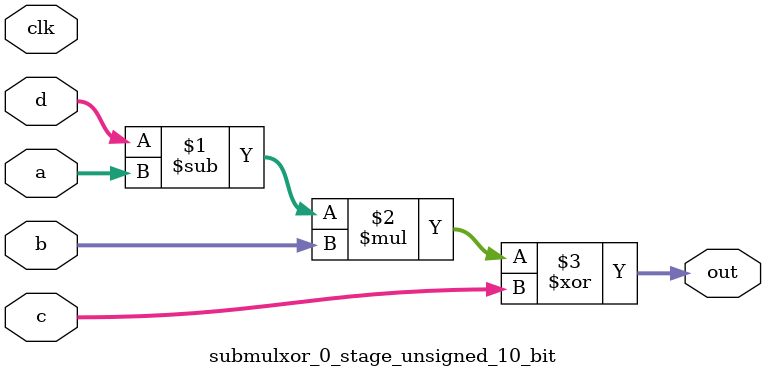
<source format=sv>
(* use_dsp = "yes" *) module submulxor_0_stage_unsigned_10_bit(
	input  [9:0] a,
	input  [9:0] b,
	input  [9:0] c,
	input  [9:0] d,
	output [9:0] out,
	input clk);

	assign out = ((d - a) * b) ^ c;
endmodule

</source>
